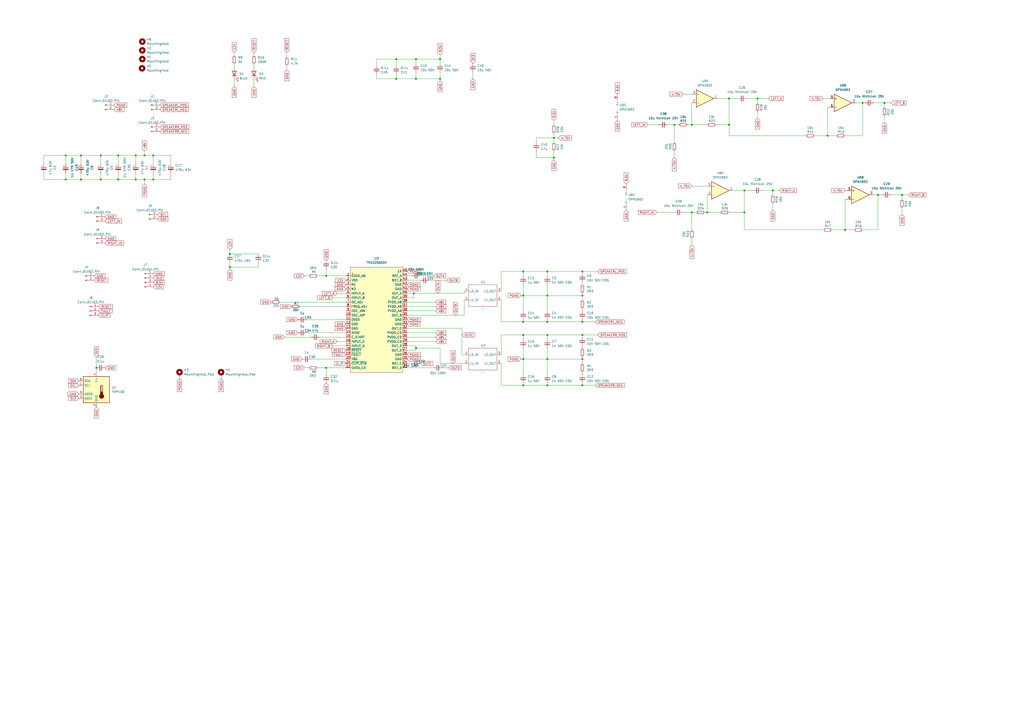
<source format=kicad_sch>
(kicad_sch (version 20231120) (generator "eeschema") (generator_version "8.0")
  (paper "A2")
  (junction (at 317.5 157.48))
  (junction (at 303.53 223.52))
  (junction (at 321.31 80.01))
  (junction (at 83.82 90.17))
  (junction (at 410.21 123.19))
  (junction (at 58.42 104.14))
  (junction (at 509.27 113.03))
  (junction (at 321.31 91.44))
  (junction (at 229.87 34.29))
  (junction (at 303.53 208.28))
  (junction (at 255.27 34.29))
  (junction (at 303.53 171.45))
  (junction (at 448.31 110.49))
  (junction (at 88.9 90.17))
  (junction (at 88.9 104.14))
  (junction (at 38.1 104.14))
  (junction (at 500.38 59.69))
  (junction (at 431.8 123.19))
  (junction (at 401.32 72.39))
  (junction (at 78.74 104.14))
  (junction (at 189.23 213.36))
  (junction (at 241.3 45.72))
  (junction (at 422.91 57.15))
  (junction (at 241.3 201.93))
  (junction (at 255.27 45.72))
  (junction (at 189.23 160.02))
  (junction (at 303.53 157.48))
  (junction (at 68.58 104.14))
  (junction (at 523.24 113.03))
  (junction (at 391.16 72.39))
  (junction (at 337.82 157.48))
  (junction (at 46.99 90.17))
  (junction (at 38.1 90.17))
  (junction (at 317.5 223.52))
  (junction (at 439.42 57.15))
  (junction (at 513.08 59.69))
  (junction (at 241.3 34.29))
  (junction (at 133.35 147.32))
  (junction (at 490.22 133.35))
  (junction (at 337.82 208.28))
  (junction (at 401.32 123.19))
  (junction (at 58.42 90.17))
  (junction (at 337.82 194.31))
  (junction (at 422.91 72.39))
  (junction (at 83.82 104.14))
  (junction (at 317.5 171.45))
  (junction (at 240.03 170.18))
  (junction (at 480.06 78.74))
  (junction (at 303.53 194.31))
  (junction (at 317.5 208.28))
  (junction (at 303.53 186.69))
  (junction (at 229.87 45.72))
  (junction (at 317.5 186.69))
  (junction (at 337.82 186.69))
  (junction (at 317.5 194.31))
  (junction (at 46.99 104.14))
  (junction (at 133.35 154.94))
  (junction (at 68.58 90.17))
  (junction (at 78.74 90.17))
  (junction (at 55.88 213.36))
  (junction (at 431.8 110.49))
  (junction (at 337.82 223.52))
  (junction (at 337.82 171.45))
  (wire (pts (xy 290.83 157.48) (xy 290.83 168.91)))
  (wire (pts (xy 147.32 38.735) (xy 147.32 37.211)))
  (wire (pts (xy 401.32 133.35) (xy 401.32 123.19)))
  (wire (pts (xy 255.27 34.29) (xy 241.3 34.29)))
  (wire (pts (xy 321.31 80.01) (xy 311.15 80.01)))
  (wire (pts (xy 337.82 207.01) (xy 337.82 208.28)))
  (wire (pts (xy 38.1 104.14) (xy 46.99 104.14)))
  (wire (pts (xy 391.16 91.44) (xy 391.16 87.63)))
  (wire (pts (xy 83.82 90.17) (xy 83.82 87.63)))
  (wire (pts (xy 236.22 172.72) (xy 240.03 172.72)))
  (wire (pts (xy 303.53 208.28) (xy 317.5 208.28)))
  (wire (pts (xy 241.3 200.66) (xy 241.3 201.93)))
  (wire (pts (xy 229.87 43.18) (xy 229.87 45.72)))
  (wire (pts (xy 260.35 213.36) (xy 256.54 213.36)))
  (wire (pts (xy 509.27 113.03) (xy 509.27 133.35)))
  (wire (pts (xy 523.24 113.03) (xy 516.89 113.03)))
  (wire (pts (xy 427.99 57.15) (xy 422.91 57.15)))
  (wire (pts (xy 317.5 180.34) (xy 317.5 171.45)))
  (wire (pts (xy 337.82 200.66) (xy 337.82 201.93)))
  (wire (pts (xy 193.04 172.72) (xy 200.66 172.72)))
  (wire (pts (xy 189.23 213.36) (xy 200.66 213.36)))
  (wire (pts (xy 337.82 208.28) (xy 337.82 210.82)))
  (wire (pts (xy 185.42 195.58) (xy 200.66 195.58)))
  (wire (pts (xy 149.86 154.94) (xy 133.35 154.94)))
  (wire (pts (xy 337.82 157.48) (xy 346.71 157.48)))
  (wire (pts (xy 255.27 210.82) (xy 269.24 210.82)))
  (wire (pts (xy 495.3 133.35) (xy 490.22 133.35)))
  (wire (pts (xy 302.26 208.28) (xy 303.53 208.28)))
  (wire (pts (xy 431.8 123.19) (xy 431.8 110.49)))
  (wire (pts (xy 38.1 90.17) (xy 38.1 95.25)))
  (wire (pts (xy 25.4 104.14) (xy 38.1 104.14)))
  (wire (pts (xy 321.31 92.71) (xy 321.31 91.44)))
  (wire (pts (xy 252.73 198.12) (xy 236.22 198.12)))
  (wire (pts (xy 38.1 100.33) (xy 38.1 104.14)))
  (wire (pts (xy 46.99 90.17) (xy 46.99 95.25)))
  (wire (pts (xy 317.5 185.42) (xy 317.5 186.69)))
  (wire (pts (xy 321.31 77.47) (xy 321.31 80.01)))
  (wire (pts (xy 396.24 54.61) (xy 401.32 54.61)))
  (wire (pts (xy 416.56 57.15) (xy 422.91 57.15)))
  (wire (pts (xy 269.24 170.18) (xy 240.03 170.18)))
  (wire (pts (xy 337.82 179.07) (xy 337.82 180.34)))
  (wire (pts (xy 189.23 160.02) (xy 200.66 160.02)))
  (wire (pts (xy 240.03 170.18) (xy 240.03 172.72)))
  (wire (pts (xy 162.56 175.26) (xy 200.66 175.26)))
  (wire (pts (xy 302.26 171.45) (xy 303.53 171.45)))
  (wire (pts (xy 337.82 223.52) (xy 317.5 223.52)))
  (wire (pts (xy 251.46 213.36) (xy 236.22 213.36)))
  (wire (pts (xy 25.4 90.17) (xy 25.4 95.25)))
  (wire (pts (xy 135.89 38.735) (xy 135.89 37.211)))
  (wire (pts (xy 321.31 80.01) (xy 321.31 82.55)))
  (wire (pts (xy 78.74 100.33) (xy 78.74 104.14)))
  (wire (pts (xy 241.3 201.93) (xy 255.27 201.93)))
  (wire (pts (xy 165.1 195.58) (xy 180.34 195.58)))
  (wire (pts (xy 135.89 32.131) (xy 135.89 30.48)))
  (wire (pts (xy 452.12 110.49) (xy 448.31 110.49)))
  (wire (pts (xy 523.24 120.65) (xy 523.24 124.46)))
  (wire (pts (xy 290.83 210.82) (xy 290.83 223.52)))
  (wire (pts (xy 448.31 118.11) (xy 448.31 121.92)))
  (wire (pts (xy 391.16 82.55) (xy 391.16 72.39)))
  (wire (pts (xy 147.32 50.165) (xy 147.32 46.355)))
  (wire (pts (xy 317.5 222.25) (xy 317.5 223.52)))
  (wire (pts (xy 513.08 59.69) (xy 506.73 59.69)))
  (wire (pts (xy 303.53 223.52) (xy 303.53 222.25)))
  (wire (pts (xy 303.53 223.52) (xy 290.83 223.52)))
  (wire (pts (xy 482.6 133.35) (xy 490.22 133.35)))
  (wire (pts (xy 422.91 57.15) (xy 422.91 72.39)))
  (wire (pts (xy 303.53 186.69) (xy 303.53 185.42)))
  (wire (pts (xy 303.53 217.17) (xy 303.53 208.28)))
  (wire (pts (xy 337.82 194.31) (xy 346.71 194.31)))
  (wire (pts (xy 177.8 185.42) (xy 200.66 185.42)))
  (wire (pts (xy 99.06 95.25) (xy 99.06 90.17)))
  (wire (pts (xy 317.5 217.17) (xy 317.5 208.28)))
  (wire (pts (xy 88.9 95.25) (xy 88.9 90.17)))
  (wire (pts (xy 337.82 222.25) (xy 337.82 223.52)))
  (wire (pts (xy 243.84 162.56) (xy 236.22 162.56)))
  (wire (pts (xy 147.32 32.131) (xy 147.32 30.48)))
  (wire (pts (xy 184.15 160.02) (xy 189.23 160.02)))
  (wire (pts (xy 500.38 59.69) (xy 500.38 78.74)))
  (wire (pts (xy 133.35 154.94) (xy 133.35 152.4)))
  (wire (pts (xy 311.15 91.44) (xy 321.31 91.44)))
  (wire (pts (xy 317.5 208.28) (xy 337.82 208.28)))
  (wire (pts (xy 135.89 50.165) (xy 135.89 46.355)))
  (wire (pts (xy 189.23 156.21) (xy 189.23 160.02)))
  (wire (pts (xy 415.29 72.39) (xy 422.91 72.39)))
  (wire (pts (xy 46.99 100.33) (xy 46.99 104.14)))
  (wire (pts (xy 337.82 158.75) (xy 337.82 157.48)))
  (wire (pts (xy 55.88 213.36) (xy 55.88 215.9)))
  (wire (pts (xy 523.24 113.03) (xy 523.24 115.57)))
  (wire (pts (xy 509.27 133.35) (xy 500.38 133.35)))
  (wire (pts (xy 218.44 34.29) (xy 218.44 38.1)))
  (wire (pts (xy 439.42 64.77) (xy 439.42 68.58)))
  (wire (pts (xy 303.53 186.69) (xy 290.83 186.69)))
  (wire (pts (xy 133.35 144.78) (xy 133.35 147.32)))
  (wire (pts (xy 195.58 170.18) (xy 200.66 170.18)))
  (wire (pts (xy 83.82 106.68) (xy 83.82 104.14)))
  (wire (pts (xy 490.22 110.49) (xy 491.49 110.49)))
  (wire (pts (xy 290.83 194.31) (xy 290.83 205.74)))
  (wire (pts (xy 267.97 205.74) (xy 269.24 205.74)))
  (wire (pts (xy 195.58 198.12) (xy 200.66 198.12)))
  (wire (pts (xy 480.06 78.74) (xy 485.14 78.74)))
  (wire (pts (xy 58.42 90.17) (xy 58.42 95.25)))
  (wire (pts (xy 439.42 57.15) (xy 439.42 59.69)))
  (wire (pts (xy 58.42 100.33) (xy 58.42 104.14)))
  (wire (pts (xy 509.27 113.03) (xy 506.73 113.03)))
  (wire (pts (xy 229.87 45.72) (xy 241.3 45.72)))
  (wire (pts (xy 439.42 57.15) (xy 433.07 57.15)))
  (wire (pts (xy 241.3 45.72) (xy 255.27 45.72)))
  (wire (pts (xy 375.92 72.39) (xy 382.27 72.39)))
  (wire (pts (xy 337.82 195.58) (xy 337.82 194.31)))
  (wire (pts (xy 236.22 170.18) (xy 240.03 170.18)))
  (wire (pts (xy 252.73 180.34) (xy 236.22 180.34)))
  (wire (pts (xy 193.04 200.66) (xy 200.66 200.66)))
  (wire (pts (xy 445.77 57.15) (xy 439.42 57.15)))
  (wire (pts (xy 46.99 104.14) (xy 58.42 104.14)))
  (wire (pts (xy 516.89 59.69) (xy 513.08 59.69)))
  (wire (pts (xy 477.52 133.35) (xy 431.8 133.35)))
  (wire (pts (xy 490.22 115.57) (xy 491.49 115.57)))
  (wire (pts (xy 255.27 46.99) (xy 255.27 45.72)))
  (wire (pts (xy 317.5 165.1) (xy 317.5 171.45)))
  (wire (pts (xy 241.3 41.91) (xy 241.3 45.72)))
  (wire (pts (xy 78.74 90.17) (xy 78.74 95.25)))
  (wire (pts (xy 252.73 195.58) (xy 236.22 195.58)))
  (wire (pts (xy 259.08 162.56) (xy 248.92 162.56)))
  (wire (pts (xy 251.46 160.02) (xy 243.84 160.02)))
  (wire (pts (xy 55.88 207.01) (xy 55.88 213.36)))
  (wire (pts (xy 303.53 194.31) (xy 290.83 194.31)))
  (wire (pts (xy 480.06 62.23) (xy 481.33 62.23)))
  (wire (pts (xy 303.53 196.85) (xy 303.53 194.31)))
  (wire (pts (xy 99.06 104.14) (xy 99.06 100.33)))
  (wire (pts (xy 78.74 90.17) (xy 68.58 90.17)))
  (wire (pts (xy 317.5 223.52) (xy 303.53 223.52)))
  (wire (pts (xy 218.44 43.18) (xy 218.44 45.72)))
  (wire (pts (xy 133.35 156.21) (xy 133.35 154.94)))
  (wire (pts (xy 303.53 208.28) (xy 303.53 201.93)))
  (wire (pts (xy 303.53 160.02) (xy 303.53 157.48)))
  (wire (pts (xy 238.76 210.82) (xy 236.22 210.82)))
  (wire (pts (xy 149.86 147.32) (xy 133.35 147.32)))
  (wire (pts (xy 401.32 59.69) (xy 401.32 72.39)))
  (wire (pts (xy 255.27 45.72) (xy 255.27 41.91)))
  (wire (pts (xy 88.9 104.14) (xy 99.06 104.14)))
  (wire (pts (xy 527.05 113.03) (xy 523.24 113.03)))
  (wire (pts (xy 166.37 33.02) (xy 166.37 30.48)))
  (wire (pts (xy 317.5 171.45) (xy 337.82 171.45)))
  (wire (pts (xy 58.42 104.14) (xy 68.58 104.14)))
  (wire (pts (xy 236.22 182.88) (xy 269.24 182.88)))
  (wire (pts (xy 166.37 40.64) (xy 166.37 38.1)))
  (wire (pts (xy 303.53 157.48) (xy 290.83 157.48)))
  (wire (pts (xy 252.73 175.26) (xy 236.22 175.26)))
  (wire (pts (xy 337.82 186.69) (xy 317.5 186.69)))
  (wire (pts (xy 431.8 123.19) (xy 431.8 133.35)))
  (wire (pts (xy 410.21 123.19) (xy 417.83 123.19)))
  (wire (pts (xy 472.44 78.74) (xy 480.06 78.74)))
  (wire (pts (xy 68.58 90.17) (xy 58.42 90.17)))
  (wire (pts (xy 317.5 194.31) (xy 317.5 196.85)))
  (wire (pts (xy 303.53 171.45) (xy 317.5 171.45)))
  (wire (pts (xy 88.9 104.14) (xy 88.9 100.33)))
  (wire (pts (xy 303.53 194.31) (xy 317.5 194.31)))
  (wire (pts (xy 425.45 110.49) (xy 431.8 110.49)))
  (wire (pts (xy 68.58 104.14) (xy 68.58 100.33)))
  (wire (pts (xy 303.53 157.48) (xy 317.5 157.48)))
  (wire (pts (xy 290.83 186.69) (xy 290.83 173.99)))
  (wire (pts (xy 477.52 57.15) (xy 481.33 57.15)))
  (wire (pts (xy 267.97 190.5) (xy 267.97 205.74)))
  (wire (pts (xy 513.08 67.31) (xy 513.08 71.12)))
  (wire (pts (xy 83.82 104.14) (xy 78.74 104.14)))
  (wire (pts (xy 467.36 78.74) (xy 422.91 78.74)))
  (wire (pts (xy 236.22 203.2) (xy 241.3 203.2)))
  (wire (pts (xy 311.15 80.01) (xy 311.15 82.55)))
  (wire (pts (xy 255.27 34.29) (xy 255.27 36.83)))
  (wire (pts (xy 448.31 110.49) (xy 441.96 110.49)))
  (wire (pts (xy 311.15 87.63) (xy 311.15 91.44)))
  (wire (pts (xy 321.31 69.85) (xy 321.31 72.39)))
  (wire (pts (xy 317.5 157.48) (xy 317.5 160.02)))
  (wire (pts (xy 58.42 90.17) (xy 46.99 90.17)))
  (wire (pts (xy 238.76 160.02) (xy 236.22 160.02)))
  (wire (pts (xy 321.31 91.44) (xy 321.31 87.63)))
  (wire (pts (xy 490.22 115.57) (xy 490.22 133.35)))
  (wire (pts (xy 513.08 59.69) (xy 513.08 62.23)))
  (wire (pts (xy 500.38 78.74) (xy 490.22 78.74)))
  (wire (pts (xy 229.87 34.29) (xy 218.44 34.29)))
  (wire (pts (xy 68.58 90.17) (xy 68.58 95.25)))
  (wire (pts (xy 337.82 157.48) (xy 317.5 157.48)))
  (wire (pts (xy 184.15 213.36) (xy 189.23 213.36)))
  (wire (pts (xy 436.88 110.49) (xy 431.8 110.49)))
  (wire (pts (xy 480.06 62.23) (xy 480.06 78.74)))
  (wire (pts (xy 78.74 104.14) (xy 68.58 104.14)))
  (wire (pts (xy 337.82 215.9) (xy 337.82 217.17)))
  (wire (pts (xy 173.99 177.8) (xy 200.66 177.8)))
  (wire (pts (xy 337.82 171.45) (xy 337.82 173.99)))
  (wire (pts (xy 398.78 72.39) (xy 401.32 72.39)))
  (wire (pts (xy 422.91 72.39) (xy 422.91 78.74)))
  (wire (pts (xy 236.22 190.5) (xy 267.97 190.5)))
  (wire (pts (xy 401.32 123.19) (xy 403.86 123.19)))
  (wire (pts (xy 317.5 186.69) (xy 303.53 186.69)))
  (wire (pts (xy 38.1 90.17) (xy 25.4 90.17)))
  (wire (pts (xy 337.82 223.52) (xy 345.44 223.52)))
  (wire (pts (xy 391.16 72.39) (xy 393.7 72.39)))
  (wire (pts (xy 177.8 193.04) (xy 200.66 193.04)))
  (wire (pts (xy 317.5 201.93) (xy 317.5 208.28)))
  (wire (pts (xy 25.4 100.33) (xy 25.4 104.14)))
  (wire (pts (xy 83.82 90.17) (xy 78.74 90.17)))
  (wire (pts (xy 189.23 217.17) (xy 189.23 213.36)))
  (wire (pts (xy 176.53 213.36) (xy 179.07 213.36)))
  (wire (pts (xy 46.99 90.17) (xy 38.1 90.17)))
  (wire (pts (xy 500.38 59.69) (xy 496.57 59.69)))
  (wire (pts (xy 381 123.19) (xy 391.16 123.19)))
  (wire (pts (xy 180.34 208.28) (xy 200.66 208.28)))
  (wire (pts (xy 401.32 107.95) (xy 410.21 107.95)))
  (wire (pts (xy 337.82 170.18) (xy 337.82 171.45)))
  (wire (pts (xy 337.82 186.69) (xy 345.44 186.69)))
  (wire (pts (xy 255.27 201.93) (xy 255.27 210.82)))
  (wire (pts (xy 241.3 201.93) (xy 241.3 203.2)))
  (wire (pts (xy 303.53 180.34) (xy 303.53 171.45)))
  (wire (pts (xy 236.22 200.66) (xy 241.3 200.66)))
  (wire (pts (xy 337.82 194.31) (xy 317.5 194.31)))
  (wire (pts (xy 401.32 142.24) (xy 401.32 138.43)))
  (wire (pts (xy 501.65 59.69) (xy 500.38 59.69)))
  (wire (pts (xy 83.82 104.14) (xy 88.9 104.14)))
  (wire (pts (xy 396.24 123.19) (xy 401.32 123.19)))
  (wire (pts (xy 410.21 113.03) (xy 410.21 123.19)))
  (wire (pts (xy 269.24 173.99) (xy 269.24 182.88)))
  (wire (pts (xy 252.73 193.04) (xy 236.22 193.04)))
  (wire (pts (xy 511.81 113.03) (xy 509.27 113.03)))
  (wire (pts (xy 88.9 90.17) (xy 83.82 90.17)))
  (wire (pts (xy 176.53 160.02) (xy 179.07 160.02)))
  (wire (pts (xy 269.24 170.18) (xy 269.24 168.91)))
  (wire (pts (xy 422.91 123.19) (xy 431.8 123.19)))
  (wire (pts (xy 274.32 45.72) (xy 274.32 41.91)))
  (wire (pts (xy 401.32 72.39) (xy 410.21 72.39)))
  (wire (pts (xy 387.35 72.39) (xy 391.16 72.39)))
  (wire (pts (xy 337.82 163.83) (xy 337.82 165.1)))
  (wire (pts (xy 408.94 123.19) (xy 410.21 123.19)))
  (wire (pts (xy 229.87 34.29) (xy 229.87 38.1)))
  (wire (pts (xy 303.53 171.45) (xy 303.53 165.1)))
  (wire (pts (xy 337.82 185.42) (xy 337.82 186.69)))
  (wire (pts (xy 241.3 34.29) (xy 241.3 36.83)))
  (wire (pts (xy 252.73 177.8) (xy 236.22 177.8)))
  (wire (pts (xy 448.31 110.49) (xy 448.31 113.03)))
  (wire (pts (xy 218.44 45.72) (xy 229.87 45.72)))
  (wire (pts (xy 99.06 90.17) (xy 88.9 90.17)))
  (wire (pts (xy 241.3 34.29) (xy 229.87 34.29)))
  (wire (pts (xy 323.85 80.01) (xy 321.31 80.01)))
  (wire (pts (xy 149.86 152.4) (xy 149.86 154.94)))
  (wire (pts (xy 255.27 31.75) (xy 255.27 34.29)))
  (global_label "GND" (shape input) (at 135.89 50.165 270) (property "Intersheetrefs" "${INTERSHEET_REFS}" (effects (hide yes))))
  (global_label "RESET" (shape input) (at 57.15 177.8 0) (property "Intersheetrefs" "${INTERSHEET_REFS}" (effects (hide yes))))
  (global_label "GND" (shape input) (at 60.96 125.73 0) (property "Intersheetrefs" "${INTERSHEET_REFS}" (effects (hide yes))))
  (global_label "FAULT" (shape input) (at 200.66 205.74 180) (property "Intersheetrefs" "${INTERSHEET_REFS}" (effects (hide yes))))
  (global_label "3V3" (shape input) (at 274.32 36.83 90) (property "Intersheetrefs" "${INTERSHEET_REFS}" (effects (hide yes))))
  (global_label "SCL" (shape input) (at 91.44 124.46 0) (property "Intersheetrefs" "${INTERSHEET_REFS}" (effects (hide yes))))
  (global_label "4.75V" (shape input) (at 323.85 80.01 0) (property "Intersheetrefs" "${INTERSHEET_REFS}" (effects (hide yes))))
  (global_label "RIGHT_B" (shape input) (at 527.05 113.03 0) (property "Intersheetrefs" "${INTERSHEET_REFS}" (effects (hide yes))))
  (global_label "48V" (shape input) (at 252.73 193.04 0) (property "Intersheetrefs" "${INTERSHEET_REFS}" (effects (hide yes))))
  (global_label "9.5V" (shape input) (at 88.9 163.83 0) (property "Intersheetrefs" "${INTERSHEET_REFS}" (effects (hide yes))))
  (global_label "SPEAKERL_POS" (shape input) (at 346.71 157.48 0) (property "Intersheetrefs" "${INTERSHEET_REFS}" (effects (hide yes))))
  (global_label "12V" (shape input) (at 88.9 166.37 0) (property "Intersheetrefs" "${INTERSHEET_REFS}" (effects (hide yes))))
  (global_label "RIGHT_A" (shape input) (at 195.58 198.12 180) (property "Intersheetrefs" "${INTERSHEET_REFS}" (effects (hide yes))))
  (global_label "3V3" (shape input) (at 45.72 231.14 180) (property "Intersheetrefs" "${INTERSHEET_REFS}" (effects (hide yes))))
  (global_label "PGND" (shape input) (at 128.27 219.71 270) (property "Intersheetrefs" "${INTERSHEET_REFS}" (effects (hide yes))))
  (global_label "LEFT_B" (shape input) (at 193.04 172.72 180) (property "Intersheetrefs" "${INTERSHEET_REFS}" (effects (hide yes))))
  (global_label "RESET" (shape input) (at 54.61 162.56 0) (property "Intersheetrefs" "${INTERSHEET_REFS}" (effects (hide yes))))
  (global_label "48V" (shape input) (at 252.73 175.26 0) (property "Intersheetrefs" "${INTERSHEET_REFS}" (effects (hide yes))))
  (global_label "PGND" (shape input) (at 236.22 185.42 0) (property "Intersheetrefs" "${INTERSHEET_REFS}" (effects (hide yes))))
  (global_label "GND" (shape input) (at 60.96 213.36 0) (property "Intersheetrefs" "${INTERSHEET_REFS}" (effects (hide yes))))
  (global_label "12V" (shape input) (at 133.35 144.78 90) (property "Intersheetrefs" "${INTERSHEET_REFS}" (effects (hide yes))))
  (global_label "PGND" (shape input) (at 302.26 208.28 180) (property "Intersheetrefs" "${INTERSHEET_REFS}" (effects (hide yes))))
  (global_label "12V" (shape input) (at 200.66 162.56 180) (property "Intersheetrefs" "${INTERSHEET_REFS}" (effects (hide yes))))
  (global_label "4.75V" (shape input) (at 477.52 57.15 180) (property "Intersheetrefs" "${INTERSHEET_REFS}" (effects (hide yes))))
  (global_label "GND" (shape input) (at 523.24 124.46 270) (property "Intersheetrefs" "${INTERSHEET_REFS}" (effects (hide yes))))
  (global_label "GND" (shape input) (at 172.72 185.42 180) (property "Intersheetrefs" "${INTERSHEET_REFS}" (effects (hide yes))))
  (global_label "RIGHT_IN" (shape input) (at 381 123.19 180) (property "Intersheetrefs" "${INTERSHEET_REFS}" (effects (hide yes))))
  (global_label "PGND" (shape input) (at 236.22 208.28 0) (property "Intersheetrefs" "${INTERSHEET_REFS}" (effects (hide yes))))
  (global_label "48V" (shape input) (at 252.73 195.58 0) (property "Intersheetrefs" "${INTERSHEET_REFS}" (effects (hide yes))))
  (global_label "12V" (shape input) (at 176.53 160.02 180) (property "Intersheetrefs" "${INTERSHEET_REFS}" (effects (hide yes))))
  (global_label "4.75V" (shape input) (at 391.16 91.44 270) (property "Intersheetrefs" "${INTERSHEET_REFS}" (effects (hide yes))))
  (global_label "GND" (shape input) (at 448.31 121.92 270) (property "Intersheetrefs" "${INTERSHEET_REFS}" (effects (hide yes))))
  (global_label "PGND" (shape input) (at 236.22 167.64 0) (property "Intersheetrefs" "${INTERSHEET_REFS}" (effects (hide yes))))
  (global_label "4.75V" (shape input) (at 401.32 142.24 270) (property "Intersheetrefs" "${INTERSHEET_REFS}" (effects (hide yes))))
  (global_label "LEFT_B" (shape input) (at 516.89 59.69 0) (property "Intersheetrefs" "${INTERSHEET_REFS}" (effects (hide yes))))
  (global_label "GND" (shape input) (at 189.23 151.13 90) (property "Intersheetrefs" "${INTERSHEET_REFS}" (effects (hide yes))))
  (global_label "GND" (shape input) (at 45.72 228.6 180) (property "Intersheetrefs" "${INTERSHEET_REFS}" (effects (hide yes))))
  (global_label "GND" (shape input) (at 88.9 158.75 0) (property "Intersheetrefs" "${INTERSHEET_REFS}" (effects (hide yes))))
  (global_label "GND" (shape input) (at 166.37 40.64 270) (property "Intersheetrefs" "${INTERSHEET_REFS}" (effects (hide yes))))
  (global_label "LEFT_IN" (shape input) (at 375.92 72.39 180) (property "Intersheetrefs" "${INTERSHEET_REFS}" (effects (hide yes))))
  (global_label "RESET" (shape input) (at 166.37 30.48 90) (property "Intersheetrefs" "${INTERSHEET_REFS}" (effects (hide yes))))
  (global_label "48V" (shape input) (at 252.73 180.34 0) (property "Intersheetrefs" "${INTERSHEET_REFS}" (effects (hide yes))))
  (global_label "48V" (shape input) (at 83.82 87.63 90) (property "Intersheetrefs" "${INTERSHEET_REFS}" (effects (hide yes))))
  (global_label "9.5V" (shape input) (at 358.14 54.61 90) (property "Intersheetrefs" "${INTERSHEET_REFS}" (effects (hide yes))))
  (global_label "SPEAKERR_POS" (shape input) (at 346.71 194.31 0) (property "Intersheetrefs" "${INTERSHEET_REFS}" (effects (hide yes))))
  (global_label "GND" (shape input) (at 60.96 138.43 0) (property "Intersheetrefs" "${INTERSHEET_REFS}" (effects (hide yes))))
  (global_label "GND" (shape input) (at 200.66 187.96 180) (property "Intersheetrefs" "${INTERSHEET_REFS}" (effects (hide yes))))
  (global_label "GND" (shape input) (at 200.66 165.1 180) (property "Intersheetrefs" "${INTERSHEET_REFS}" (effects (hide yes))))
  (global_label "SPEAKERL_POS" (shape input) (at 92.71 60.96 0) (property "Intersheetrefs" "${INTERSHEET_REFS}" (effects (hide yes))))
  (global_label "SPEAKERR_POS" (shape input) (at 92.71 73.66 0) (property "Intersheetrefs" "${INTERSHEET_REFS}" (effects (hide yes))))
  (global_label "12V" (shape input) (at 176.53 213.36 180) (property "Intersheetrefs" "${INTERSHEET_REFS}" (effects (hide yes))))
  (global_label "9.5V" (shape input) (at 363.22 106.68 90) (property "Intersheetrefs" "${INTERSHEET_REFS}" (effects (hide yes))))
  (global_label "SPEAKERR_NEG" (shape input) (at 92.71 76.2 0) (property "Intersheetrefs" "${INTERSHEET_REFS}" (effects (hide yes))))
  (global_label "LEFT_IN" (shape input) (at 60.96 128.27 0) (property "Intersheetrefs" "${INTERSHEET_REFS}" (effects (hide yes))))
  (global_label "PGND" (shape input) (at 302.26 171.45 180) (property "Intersheetrefs" "${INTERSHEET_REFS}" (effects (hide yes))))
  (global_label "GND" (shape input) (at 54.61 160.02 0) (property "Intersheetrefs" "${INTERSHEET_REFS}" (effects (hide yes))))
  (global_label "CLIP" (shape input) (at 200.66 210.82 180) (property "Intersheetrefs" "${INTERSHEET_REFS}" (effects (hide yes))))
  (global_label "GND" (shape input) (at 200.66 190.5 180) (property "Intersheetrefs" "${INTERSHEET_REFS}" (effects (hide yes))))
  (global_label "48V" (shape input) (at 252.73 198.12 0) (property "Intersheetrefs" "${INTERSHEET_REFS}" (effects (hide yes))))
  (global_label "OUTC" (shape input) (at 243.84 210.82 0) (property "Intersheetrefs" "${INTERSHEET_REFS}" (effects (hide yes))))
  (global_label "12V" (shape input) (at 135.89 30.48 90) (property "Intersheetrefs" "${INTERSHEET_REFS}" (effects (hide yes))))
  (global_label "SCL" (shape input) (at 45.72 223.52 180) (property "Intersheetrefs" "${INTERSHEET_REFS}" (effects (hide yes))))
  (global_label "PGND" (shape input) (at 66.04 60.96 0) (property "Intersheetrefs" "${INTERSHEET_REFS}" (effects (hide yes))))
  (global_label "GND" (shape input) (at 439.42 68.58 270) (property "Intersheetrefs" "${INTERSHEET_REFS}" (effects (hide yes))))
  (global_label "4.75V" (shape input) (at 401.32 107.95 180) (property "Intersheetrefs" "${INTERSHEET_REFS}" (effects (hide yes))))
  (global_label "OUTD" (shape input) (at 260.35 213.36 0) (property "Intersheetrefs" "${INTERSHEET_REFS}" (effects (hide yes))))
  (global_label "GND" (shape input) (at 321.31 92.71 270) (property "Intersheetrefs" "${INTERSHEET_REFS}" (effects (hide yes))))
  (global_label "OUTB" (shape input) (at 264.16 182.88 90) (property "Intersheetrefs" "${INTERSHEET_REFS}" (effects (hide yes))))
  (global_label "LEFT_A" (shape input) (at 195.58 170.18 180) (property "Intersheetrefs" "${INTERSHEET_REFS}" (effects (hide yes))))
  (global_label "GND" (shape input) (at 175.26 208.28 180) (property "Intersheetrefs" "${INTERSHEET_REFS}" (effects (hide yes))))
  (global_label "PGND" (shape input) (at 236.22 157.48 0) (property "Intersheetrefs" "${INTERSHEET_REFS}" (effects (hide yes))))
  (global_label "GND" (shape input) (at 513.08 71.12 270) (property "Intersheetrefs" "${INTERSHEET_REFS}" (effects (hide yes))))
  (global_label "48V" (shape input) (at 252.73 177.8 0) (property "Intersheetrefs" "${INTERSHEET_REFS}" (effects (hide yes))))
  (global_label "RIGHT_A" (shape input) (at 452.12 110.49 0) (property "Intersheetrefs" "${INTERSHEET_REFS}" (effects (hide yes))))
  (global_label "PGND" (shape input) (at 104.14 219.71 270) (property "Intersheetrefs" "${INTERSHEET_REFS}" (effects (hide yes))))
  (global_label "SPEAKERL_NEG" (shape input) (at 345.44 186.69 0) (property "Intersheetrefs" "${INTERSHEET_REFS}" (effects (hide yes))))
  (global_label "OUTC" (shape input) (at 267.97 194.31 0) (property "Intersheetrefs" "${INTERSHEET_REFS}" (effects (hide yes))))
  (global_label "PGND" (shape input) (at 236.22 187.96 0) (property "Intersheetrefs" "${INTERSHEET_REFS}" (effects (hide yes))))
  (global_label "GND" (shape input) (at 172.72 193.04 180) (property "Intersheetrefs" "${INTERSHEET_REFS}" (effects (hide yes))))
  (global_label "GND" (shape input) (at 168.91 177.8 180) (property "Intersheetrefs" "${INTERSHEET_REFS}" (effects (hide yes))))
  (global_label "48V" (shape input) (at 66.04 63.5 0) (property "Intersheetrefs" "${INTERSHEET_REFS}" (effects (hide yes))))
  (global_label "GND" (shape input) (at 147.32 50.165 270) (property "Intersheetrefs" "${INTERSHEET_REFS}" (effects (hide yes))))
  (global_label "OUTA" (shape input) (at 254 170.18 90) (property "Intersheetrefs" "${INTERSHEET_REFS}" (effects (hide yes))))
  (global_label "GND" (shape input) (at 200.66 167.64 180) (property "Intersheetrefs" "${INTERSHEET_REFS}" (effects (hide yes))))
  (global_label "CLIP" (shape input) (at 57.15 182.88 0) (property "Intersheetrefs" "${INTERSHEET_REFS}" (effects (hide yes))))
  (global_label "GND" (shape input) (at 358.14 69.85 270) (property "Intersheetrefs" "${INTERSHEET_REFS}" (effects (hide yes))))
  (global_label "3V3" (shape input) (at 55.88 207.01 90) (property "Intersheetrefs" "${INTERSHEET_REFS}" (effects (hide yes))))
  (global_label "GND" (shape input) (at 274.32 45.72 270) (property "Intersheetrefs" "${INTERSHEET_REFS}" (effects (hide yes))))
  (global_label "3V3" (shape input) (at 88.9 161.29 0) (property "Intersheetrefs" "${INTERSHEET_REFS}" (effects (hide yes))))
  (global_label "PGND" (shape input) (at 83.82 106.68 270) (property "Intersheetrefs" "${INTERSHEET_REFS}" (effects (hide yes))))
  (global_label "RESET" (shape input) (at 147.32 30.48 90) (property "Intersheetrefs" "${INTERSHEET_REFS}" (effects (hide yes))))
  (global_label "OUTB" (shape input) (at 259.08 162.56 0) (property "Intersheetrefs" "${INTERSHEET_REFS}" (effects (hide yes))))
  (global_label "SDA" (shape input) (at 91.44 127 0) (property "Intersheetrefs" "${INTERSHEET_REFS}" (effects (hide yes))))
  (global_label "GND" (shape input) (at 255.27 46.99 270) (property "Intersheetrefs" "${INTERSHEET_REFS}" (effects (hide yes))))
  (global_label "LEFT_A" (shape input) (at 445.77 57.15 0) (property "Intersheetrefs" "${INTERSHEET_REFS}" (effects (hide yes))))
  (global_label "9.5V" (shape input) (at 321.31 69.85 90) (property "Intersheetrefs" "${INTERSHEET_REFS}" (effects (hide yes))))
  (global_label "GND" (shape input) (at 55.88 236.22 270) (property "Intersheetrefs" "${INTERSHEET_REFS}" (effects (hide yes))))
  (global_label "RIGHT_IN" (shape input) (at 60.96 140.97 0) (property "Intersheetrefs" "${INTERSHEET_REFS}" (effects (hide yes))))
  (global_label "PGND" (shape input) (at 236.22 205.74 0) (property "Intersheetrefs" "${INTERSHEET_REFS}" (effects (hide yes))))
  (global_label "GND" (shape input) (at 363.22 121.92 270) (property "Intersheetrefs" "${INTERSHEET_REFS}" (effects (hide yes))))
  (global_label "RESET" (shape input) (at 200.66 203.2 180) (property "Intersheetrefs" "${INTERSHEET_REFS}" (effects (hide yes))))
  (global_label "OUTD" (shape input) (at 262.89 210.82 90) (property "Intersheetrefs" "${INTERSHEET_REFS}" (effects (hide yes))))
  (global_label "SPEAKERL_NEG" (shape input) (at 92.71 63.5 0) (property "Intersheetrefs" "${INTERSHEET_REFS}" (effects (hide yes))))
  (global_label "GND" (shape input) (at 133.35 156.21 270) (property "Intersheetrefs" "${INTERSHEET_REFS}" (effects (hide yes))))
  (global_label "FAULT" (shape input) (at 57.15 180.34 0) (property "Intersheetrefs" "${INTERSHEET_REFS}" (effects (hide yes))))
  (global_label "GND" (shape input) (at 157.48 175.26 180) (property "Intersheetrefs" "${INTERSHEET_REFS}" (effects (hide yes))))
  (global_label "OUTA" (shape input) (at 251.46 160.02 0) (property "Intersheetrefs" "${INTERSHEET_REFS}" (effects (hide yes))))
  (global_label "SDA" (shape input) (at 45.72 220.98 180) (property "Intersheetrefs" "${INTERSHEET_REFS}" (effects (hide yes))))
  (global_label "4.75V" (shape input) (at 490.22 110.49 180) (property "Intersheetrefs" "${INTERSHEET_REFS}" (effects (hide yes))))
  (global_label "9.5V" (shape input) (at 255.27 31.75 90) (property "Intersheetrefs" "${INTERSHEET_REFS}" (effects (hide yes))))
  (global_label "GND" (shape input) (at 189.23 222.25 270) (property "Intersheetrefs" "${INTERSHEET_REFS}" (effects (hide yes))))
  (global_label "GND" (shape input) (at 165.1 195.58 180) (property "Intersheetrefs" "${INTERSHEET_REFS}" (effects (hide yes))))
  (global_label "PGND" (shape input) (at 236.22 165.1 0) (property "Intersheetrefs" "${INTERSHEET_REFS}" (effects (hide yes))))
  (global_label "4.75V" (shape input) (at 396.24 54.61 180) (property "Intersheetrefs" "${INTERSHEET_REFS}" (effects (hide yes))))
  (global_label "SPEAKERR_NEG" (shape input) (at 345.44 223.52 0) (property "Intersheetrefs" "${INTERSHEET_REFS}" (effects (hide yes))))
  (global_label "RIGHT_B" (shape input) (at 193.04 200.66 180) (property "Intersheetrefs" "${INTERSHEET_REFS}" (effects (hide yes))))
  (symbol (lib_id "Device:C_Small") (at 189.23 153.67 0) (mirror x) (unit 1)
    (property "Reference" "C30" (at 191.77 154.9338 0) (effects (justify left)))
    (property "Value" "0.1u" (at 191.77 152.3938 0) (effects (justify left)))
    (property "Footprint" "Capacitor_SMD:C_0805_2012Metric_Pad1.18x1.45mm_HandSolder" (effects (hide yes)))
    (property "Description" "Unpolarized capacitor, small symbol" (effects (hide yes)))
  )
  (symbol (lib_id "Device:C_Small") (at 303.53 162.56 0) (unit 1)
    (property "Reference" "C13" (at 306.07 161.2962 0) (effects (justify left)))
    (property "Value" "1u 50V" (at 306.07 163.8362 0) (effects (justify left)))
    (property "Footprint" "Capacitor_THT:CP_Radial_D5.0mm_P2.00mm" (effects (hide yes)))
    (property "Description" "Unpolarized capacitor, small symbol" (effects (hide yes)))
  )
  (symbol (lib_id "Amplifier_Operational:OPA1602") (at 488.95 59.69 0) (unit 2)
    (property "Reference" "U5" (at 488.95 49.53 0))
    (property "Value" "OPA1602" (at 488.95 52.07 0))
    (property "Footprint" "Package_SO:SOIC-8_3.9x4.9mm_P1.27mm" (effects (hide yes)))
    (property "Datasheet" "http://www.ti.com/lit/ds/symlink/opa1604.pdf" (effects (hide yes)))
    (property "Description" "Dual SoundPlus High Performance, Bipolar-Input Audio Operational Amplifiers, SOIC-8/MSOP-8" (effects (hide yes)))
  )
  (symbol (lib_id "Device:R_Small") (at 135.89 34.671 0) (unit 1)
    (property "Reference" "R9" (at 138.049 33.4009 0) (effects (justify left)))
    (property "Value" "3K" (at 138.049 35.9409 0) (effects (justify left)))
    (property "Footprint" "Resistor_SMD:R_0603_1608Metric_Pad0.98x0.95mm_HandSolder" (effects (hide yes)))
  )
  (symbol (lib_id "Device:C_Small") (at 337.82 198.12 0) (unit 1)
    (property "Reference" "C11" (at 340.36 196.8562 0) (effects (justify left)))
    (property "Value" "10n 50V C0G" (at 340.36 199.3962 0) (effects (justify left)))
    (property "Footprint" "Capacitor_SMD:C_1206_3216Metric_Pad1.33x1.80mm_HandSolder" (effects (hide yes)))
    (property "Description" "Unpolarized capacitor, small symbol" (effects (hide yes)))
  )
  (symbol (lib_id "Device:C_Polarized_Small") (at 38.1 97.79 0) (unit 1)
    (property "Reference" "C19" (at 44.45 97.2439 90))
    (property "Value" "1U X7R 50V" (at 41.91 97.2439 90))
    (property "Footprint" "Capacitor_SMD:C_1206_3216Metric_Pad1.33x1.80mm_HandSolder" (effects (hide yes)))
    (property "Mouser" " 80-C1206X475J5RACTU " (effects (hide yes)))
  )
  (symbol (lib_id "Mechanical:MountingHole") (at 82.55 34.29 0) (unit 1)
    (property "Reference" "H1" (at 85.09 33.0199 0) (effects (justify left)))
    (property "Value" "MountingHole" (at 85.09 35.5599 0) (effects (justify left)))
    (property "Footprint" "MountingHole:MountingHole_3.2mm_M3_DIN965_Pad_TopOnly" (effects (hide yes)))
  )
  (symbol (lib_id "Device:R_Small") (at 420.37 123.19 270) (unit 1)
    (property "Reference" "R25" (at 418.592 120.9039 90) (effects (justify left)))
    (property "Value" "13k" (at 418.592 118.618 90) (effects (justify left)))
    (property "Footprint" "Capacitor_SMD:C_0603_1608Metric_Pad1.08x0.95mm_HandSolder" (effects (hide yes)))
    (property "Description" "Resistor, small symbol" (effects (hide yes)))
  )
  (symbol (lib_id "Connector:Conn_01x03_Pin") (at 52.07 180.34 0) (unit 1)
    (property "Reference" "J6" (at 52.705 172.72 0))
    (property "Value" "Conn_01x03_Pin" (at 52.705 175.26 0))
    (property "Footprint" "Connector_JST:JST_PH_B3B-PH-K_1x03_P2.00mm_Vertical" (effects (hide yes)))
    (property "Description" "Generic connector, single row, 01x03, script generated" (effects (hide yes)))
  )
  (symbol (lib_id "Device:C_Small") (at 303.53 219.71 0) (unit 1)
    (property "Reference" "C16" (at 306.07 218.4462 0) (effects (justify left)))
    (property "Value" "1u 50V" (at 306.07 220.9862 0) (effects (justify left)))
    (property "Footprint" "Capacitor_THT:CP_Radial_D5.0mm_P2.00mm" (effects (hide yes)))
    (property "Description" "Unpolarized capacitor, small symbol" (effects (hide yes)))
  )
  (symbol (lib_id "Device:C_Small") (at 241.3 160.02 90) (unit 1)
    (property "Reference" "C23" (at 244.602 158.75 90))
    (property "Value" "33n 100V" (at 241.3063 156.21 90))
    (property "Footprint" "Capacitor_SMD:C_1206_3216Metric_Pad1.33x1.80mm_HandSolder" (effects (hide yes)))
    (property "Description" "Unpolarized capacitor, small symbol" (effects (hide yes)))
  )
  (symbol (lib_id "Device:LED") (at 135.89 42.545 90) (unit 1)
    (property "Reference" "D1" (at 138.811 42.8624 90) (effects (justify right)))
    (property "Value" "BLUE" (at 138.811 45.4024 90) (effects (justify right)))
    (property "Footprint" "LED_SMD:LED_0603_1608Metric_Pad1.05x0.95mm_HandSolder" (effects (hide yes)))
    (property "LCSC" "XL-1608UBC-04" (effects (hide yes)))
  )
  (symbol (lib_id "Device:C_Small") (at 218.44 40.64 0) (mirror x) (unit 1)
    (property "Reference" "C45" (at 220.98 41.9038 0) (effects (justify left)))
    (property "Value" "0.1u" (at 220.98 39.3638 0) (effects (justify left)))
    (property "Footprint" "Capacitor_SMD:C_0805_2012Metric_Pad1.18x1.45mm_HandSolder" (effects (hide yes)))
    (property "Description" "Unpolarized capacitor, small symbol" (effects (hide yes)))
  )
  (symbol (lib_id "Device:C_Small") (at 430.53 57.15 270) (unit 1)
    (property "Reference" "C26" (at 430.5236 50.8 90))
    (property "Value" "10u Nichicon 25V" (at 430.5236 53.34 90))
    (property "Footprint" "Capacitor_THT:CP_Radial_D5.0mm_P2.50mm" (effects (hide yes)))
    (property "Description" "Unpolarized capacitor, small symbol" (effects (hide yes)))
  )
  (symbol (lib_id "Device:R_Small") (at 337.82 167.64 0) (unit 1)
    (property "Reference" "R1" (at 340.36 166.624 0) (effects (justify left)))
    (property "Value" "3R3" (at 340.36 168.9099 0) (effects (justify left)))
    (property "Footprint" "Resistor_SMD:R_2512_6332Metric_Pad1.40x3.35mm_HandSolder" (effects (hide yes)))
    (property "Description" "Resistor, small symbol" (effects (hide yes)))
  )
  (symbol (lib_id "Device:C_Small") (at 254 213.36 90) (unit 1)
    (property "Reference" "C24" (at 257.302 212.09 90))
    (property "Value" "33n 100V" (at 254 216.408 90))
    (property "Footprint" "Capacitor_SMD:C_1206_3216Metric_Pad1.33x1.80mm_HandSolder" (effects (hide yes)))
    (property "Description" "Unpolarized capacitor, small symbol" (effects (hide yes)))
  )
  (symbol (lib_id "Connector:Conn_01x02_Pin") (at 60.96 60.96 0) (unit 1)
    (property "Reference" "J2" (at 61.595 55.88 0))
    (property "Value" "Conn_01x02_Pin" (at 61.595 58.42 0))
    (property "Footprint" "TerminalBlock:TerminalBlock_MaiXu_MX126-5.0-02P_1x02_P5.00mm" (effects (hide yes)))
    (property "Description" "Generic connector, single row, 01x02, script generated" (effects (hide yes)))
  )
  (symbol (lib_id "Mechanical:MountingHole_Pad") (at 128.27 217.17 0) (unit 1) (exclude_from_sim yes) (in_bom no)
    (property "Reference" "H4" (at 130.81 214.6299 0) (effects (justify left)))
    (property "Value" "MountingHole_Pad" (at 130.81 217.1699 0) (effects (justify left)))
    (property "Footprint" "MountingHole:MountingHole_3.2mm_M3_DIN965_Pad_TopBottom" (effects (hide yes)))
    (property "Description" "Mounting Hole with connection" (effects (hide yes)))
  )
  (symbol (lib_id "Device:R_Small") (at 497.84 133.35 270) (unit 1)
    (property "Reference" "R16" (at 496.062 131.0639 90) (effects (justify left)))
    (property "Value" "10k" (at 496.062 128.778 90) (effects (justify left)))
    (property "Footprint" "Capacitor_SMD:C_0603_1608Metric_Pad1.08x0.95mm_HandSolder" (effects (hide yes)))
    (property "Description" "Resistor, small symbol" (effects (hide yes)))
  )
  (symbol (lib_id "Device:C_Small") (at 317.5 162.56 0) (unit 1)
    (property "Reference" "C3" (at 320.04 161.2962 0) (effects (justify left)))
    (property "Value" "1n 50V C0G" (at 320.04 163.8362 0) (effects (justify left)))
    (property "Footprint" "Capacitor_SMD:C_1206_3216Metric_Pad1.33x1.80mm_HandSolder" (effects (hide yes)))
    (property "Description" "Unpolarized capacitor, small symbol" (effects (hide yes)))
  )
  (symbol (lib_id "Device:C_Small") (at 175.26 185.42 90) (unit 1)
    (property "Reference" "C33" (at 178.562 184.15 90))
    (property "Value" "1u" (at 175.2663 181.61 90))
    (property "Footprint" "Capacitor_SMD:C_1206_3216Metric_Pad1.33x1.80mm_HandSolder" (effects (hide yes)))
    (property "Description" "Unpolarized capacitor, small symbol" (effects (hide yes)))
  )
  (symbol (lib_id "Device:R_Small") (at 181.61 160.02 90) (mirror x) (unit 1)
    (property "Reference" "R5" (at 183.388 157.7339 90) (effects (justify left)))
    (property "Value" "3R3" (at 183.388 155.448 90) (effects (justify left)))
    (property "Footprint" "Capacitor_SMD:C_0603_1608Metric_Pad1.08x0.95mm_HandSolder" (effects (hide yes)))
    (property "Description" "Resistor, small symbol" (effects (hide yes)))
  )
  (symbol (lib_id "Custom:UA8014-AL") (at 279.4 200.66 0) (mirror x) (unit 1)
    (property "Reference" "U2" (at 280.162 200.406 0))
    (property "Value" "~" (at 280.035 215.9 0))
    (property "Footprint" "Custom:UA8014-AL" (effects (hide yes)))
  )
  (symbol (lib_id "Device:C_Small") (at 504.19 59.69 270) (unit 1)
    (property "Reference" "C27" (at 504.1836 53.34 90))
    (property "Value" "10u Nichicon 25V" (at 504.1836 55.88 90))
    (property "Footprint" "Capacitor_THT:CP_Radial_D5.0mm_P2.50mm" (effects (hide yes)))
    (property "Description" "Unpolarized capacitor, small symbol" (effects (hide yes)))
  )
  (symbol (lib_id "Device:C_Polarized_Small") (at 68.58 97.79 0) (unit 1)
    (property "Reference" "C20" (at 74.93 97.2439 90))
    (property "Value" "1U X7R 50V" (at 72.39 97.2439 90))
    (property "Footprint" "Capacitor_SMD:C_1206_3216Metric_Pad1.33x1.80mm_HandSolder" (effects (hide yes)))
    (property "Mouser" " 80-C1206X475J5RACTU " (effects (hide yes)))
  )
  (symbol (lib_id "Device:C_Polarized_Small") (at 46.99 97.79 0) (unit 1)
    (property "Reference" "C6" (at 53.34 97.2439 90))
    (property "Value" "470u 63V" (at 50.8 97.2439 90))
    (property "Footprint" "Capacitor_THT:CP_Radial_D13.0mm_P5.00mm" (effects (hide yes)))
    (property "LCSC" "C18823" (effects (hide yes)))
  )
  (symbol (lib_id "Device:R_Small") (at 391.16 85.09 0) (unit 1)
    (property "Reference" "R20" (at 388.8739 86.868 90) (effects (justify left)))
    (property "Value" "20k" (at 386.588 86.868 90) (effects (justify left)))
    (property "Footprint" "Capacitor_SMD:C_0603_1608Metric_Pad1.08x0.95mm_HandSolder" (effects (hide yes)))
    (property "Description" "Resistor, small symbol" (effects (hide yes)))
  )
  (symbol (lib_id "Device:R_Small") (at 487.68 78.74 270) (unit 1)
    (property "Reference" "R13" (at 485.902 76.4539 90) (effects (justify left)))
    (property "Value" "10k" (at 485.902 74.168 90) (effects (justify left)))
    (property "Footprint" "Capacitor_SMD:C_0603_1608Metric_Pad1.08x0.95mm_HandSolder" (effects (hide yes)))
    (property "Description" "Resistor, small symbol" (effects (hide yes)))
  )
  (symbol (lib_id "Device:R_Small") (at 412.75 72.39 270) (unit 1)
    (property "Reference" "R22" (at 410.972 70.1039 90) (effects (justify left)))
    (property "Value" "13k" (at 410.972 67.818 90) (effects (justify left)))
    (property "Footprint" "Capacitor_SMD:C_0603_1608Metric_Pad1.08x0.95mm_HandSolder" (effects (hide yes)))
    (property "Description" "Resistor, small symbol" (effects (hide yes)))
  )
  (symbol (lib_id "Device:C_Small") (at 317.5 182.88 0) (unit 1)
    (property "Reference" "C4" (at 320.04 181.6162 0) (effects (justify left)))
    (property "Value" "1n 50V C0G" (at 320.04 184.1562 0) (effects (justify left)))
    (property "Footprint" "Capacitor_SMD:C_1206_3216Metric_Pad1.33x1.80mm_HandSolder" (effects (hide yes)))
    (property "Description" "Unpolarized capacitor, small symbol" (effects (hide yes)))
  )
  (symbol (lib_id "Device:R_Small") (at 523.24 118.11 180) (unit 1)
    (property "Reference" "R15" (at 525.5261 116.332 90) (effects (justify left)))
    (property "Value" "20k" (at 527.812 116.332 90) (effects (justify left)))
    (property "Footprint" "Capacitor_SMD:C_0603_1608Metric_Pad1.08x0.95mm_HandSolder" (effects (hide yes)))
    (property "Description" "Resistor, small symbol" (effects (hide yes)))
  )
  (symbol (lib_id "Amplifier_Operational:OPA1602") (at 408.94 57.15 0) (unit 1)
    (property "Reference" "U5" (at 408.94 46.99 0))
    (property "Value" "OPA1602" (at 408.94 49.53 0))
    (property "Footprint" "Package_SO:SOIC-8_3.9x4.9mm_P1.27mm" (effects (hide yes)))
    (property "Datasheet" "http://www.ti.com/lit/ds/symlink/opa1604.pdf" (effects (hide yes)))
    (property "Description" "Dual SoundPlus High Performance, Bipolar-Input Audio Operational Amplifiers, SOIC-8/MSOP-8" (effects (hide yes)))
  )
  (symbol (lib_id "Device:C_Small") (at 337.82 219.71 0) (unit 1)
    (property "Reference" "C12" (at 340.36 218.4462 0) (effects (justify left)))
    (property "Value" "10n 50V C0G" (at 340.36 220.9862 0) (effects (justify left)))
    (property "Footprint" "Capacitor_SMD:C_1206_3216Metric_Pad1.33x1.80mm_HandSolder" (effects (hide yes)))
    (property "Description" "Unpolarized capacitor, small symbol" (effects (hide yes)))
  )
  (symbol (lib_id "Device:R_Small") (at 147.32 34.671 0) (unit 1)
    (property "Reference" "R10" (at 149.479 33.4009 0) (effects (justify left)))
    (property "Value" "330R" (at 149.479 35.9409 0) (effects (justify left)))
    (property "Footprint" "Resistor_SMD:R_0603_1608Metric_Pad0.98x0.95mm_HandSolder" (effects (hide yes)))
  )
  (symbol (lib_id "Device:R_Small") (at 513.08 64.77 180) (unit 1)
    (property "Reference" "R12" (at 515.3661 62.992 90) (effects (justify left)))
    (property "Value" "20k" (at 517.652 62.992 90) (effects (justify left)))
    (property "Footprint" "Capacitor_SMD:C_0603_1608Metric_Pad1.08x0.95mm_HandSolder" (effects (hide yes)))
    (property "Description" "Resistor, small symbol" (effects (hide yes)))
  )
  (symbol (lib_id "Device:LED") (at 147.32 42.545 90) (unit 1)
    (property "Reference" "D2" (at 150.241 42.8624 90) (effects (justify right)))
    (property "Value" "RED" (at 150.241 45.4024 90) (effects (justify right)))
    (property "Footprint" "LED_SMD:LED_0603_1608Metric_Pad1.05x0.95mm_HandSolder" (effects (hide yes)))
    (property "LCSC" "XL-1608UBC-04" (effects (hide yes)))
  )
  (symbol (lib_id "Device:C_Small") (at 241.3 39.37 0) (unit 1)
    (property "Reference" "C42" (at 243.84 38.1062 0) (effects (justify left)))
    (property "Value" "10u 50V" (at 243.84 40.6462 0) (effects (justify left)))
    (property "Footprint" "Capacitor_SMD:C_1206_3216Metric_Pad1.33x1.80mm_HandSolder" (effects (hide yes)))
    (property "Description" "Unpolarized capacitor, small symbol" (effects (hide yes)))
  )
  (symbol (lib_id "Device:R_Small") (at 401.32 135.89 0) (unit 1)
    (property "Reference" "R23" (at 399.0339 137.668 90) (effects (justify left)))
    (property "Value" "20k" (at 396.748 137.668 90) (effects (justify left)))
    (property "Footprint" "Capacitor_SMD:C_0603_1608Metric_Pad1.08x0.95mm_HandSolder" (effects (hide yes)))
    (property "Description" "Resistor, small symbol" (effects (hide yes)))
  )
  (symbol (lib_id "Device:C_Small") (at 337.82 161.29 0) (unit 1)
    (property "Reference" "C9" (at 340.36 160.0262 0) (effects (justify left)))
    (property "Value" "10n 50V C0G" (at 340.36 162.5662 0) (effects (justify left)))
    (property "Footprint" "Capacitor_SMD:C_1206_3216Metric_Pad1.33x1.80mm_HandSolder" (effects (hide yes)))
    (property "Description" "Unpolarized capacitor, small symbol" (effects (hide yes)))
  )
  (symbol (lib_id "Device:C_Small") (at 241.3 210.82 90) (unit 1)
    (property "Reference" "C22" (at 244.602 209.55 90))
    (property "Value" "33n 100V" (at 238.506 212.09 90))
    (property "Footprint" "Capacitor_SMD:C_1206_3216Metric_Pad1.33x1.80mm_HandSolder" (effects (hide yes)))
    (property "Description" "Unpolarized capacitor, small symbol" (effects (hide yes)))
  )
  (symbol (lib_id "Device:C_Small") (at 317.5 219.71 0) (unit 1)
    (property "Reference" "C8" (at 320.04 218.4462 0) (effects (justify left)))
    (property "Value" "1n 50V C0G" (at 320.04 220.9862 0) (effects (justify left)))
    (property "Footprint" "Capacitor_SMD:C_1206_3216Metric_Pad1.33x1.80mm_HandSolder" (effects (hide yes)))
    (property "Description" "Unpolarized capacitor, small symbol" (effects (hide yes)))
  )
  (symbol (lib_id "Device:R_Small") (at 166.37 35.56 0) (unit 1)
    (property "Reference" "R11" (at 168.529 34.2899 0) (effects (justify left)))
    (property "Value" "4.7K" (at 168.529 36.8299 0) (effects (justify left)))
    (property "Footprint" "Resistor_SMD:R_0603_1608Metric_Pad0.98x0.95mm_HandSolder" (effects (hide yes)))
  )
  (symbol (lib_id "Device:R_Small") (at 448.31 115.57 180) (unit 1)
    (property "Reference" "R19" (at 450.5961 113.792 90) (effects (justify left)))
    (property "Value" "20k" (at 452.882 113.792 90) (effects (justify left)))
    (property "Footprint" "Capacitor_SMD:C_0603_1608Metric_Pad1.08x0.95mm_HandSolder" (effects (hide yes)))
    (property "Description" "Resistor, small symbol" (effects (hide yes)))
  )
  (symbol (lib_id "Device:R_Small") (at 439.42 62.23 180) (unit 1)
    (property "Reference" "R18" (at 441.7061 60.452 90) (effects (justify left)))
    (property "Value" "20k" (at 443.992 60.452 90) (effects (justify left)))
    (property "Footprint" "Capacitor_SMD:C_0603_1608Metric_Pad1.08x0.95mm_HandSolder" (effects (hide yes)))
    (property "Description" "Resistor, small symbol" (effects (hide yes)))
  )
  (symbol (lib_id "Device:C_Small") (at 514.35 113.03 270) (unit 1)
    (property "Reference" "C29" (at 514.3436 106.68 90))
    (property "Value" "10u Nichicon 25V" (at 514.3436 109.22 90))
    (property "Footprint" "Capacitor_THT:CP_Radial_D5.0mm_P2.50mm" (effects (hide yes)))
    (property "Description" "Unpolarized capacitor, small symbol" (effects (hide yes)))
  )
  (symbol (lib_id "Amplifier_Operational:OPA1602") (at 360.68 62.23 0) (unit 3)
    (property "Reference" "U5" (at 359.41 60.9599 0) (effects (justify left)))
    (property "Value" "OPA1602" (at 359.41 63.4999 0) (effects (justify left)))
    (property "Footprint" "Package_SO:SOIC-8_3.9x4.9mm_P1.27mm" (effects (hide yes)))
    (property "Datasheet" "http://www.ti.com/lit/ds/symlink/opa1604.pdf" (effects (hide yes)))
    (property "Description" "Dual SoundPlus High Performance, Bipolar-Input Audio Operational Amplifiers, SOIC-8/MSOP-8" (effects (hide yes)))
  )
  (symbol (lib_id "Device:R_Small") (at 171.45 177.8 90) (unit 1)
    (property "Reference" "R7" (at 173.228 176.022 90) (effects (justify left)))
    (property "Value" "30k" (at 173.482 179.832 90) (effects (justify left)))
    (property "Footprint" "Capacitor_SMD:C_0603_1608Metric_Pad1.08x0.95mm_HandSolder" (effects (hide yes)))
    (property "Description" "Resistor, small symbol" (effects (hide yes)))
  )
  (symbol (lib_id "Device:R_Small") (at 480.06 133.35 270) (unit 1)
    (property "Reference" "R17" (at 478.282 131.0639 90) (effects (justify left)))
    (property "Value" "10k" (at 478.282 128.778 90) (effects (justify left)))
    (property "Footprint" "Capacitor_SMD:C_0603_1608Metric_Pad1.08x0.95mm_HandSolder" (effects (hide yes)))
    (property "Description" "Resistor, small symbol" (effects (hide yes)))
  )
  (symbol (lib_id "Device:C_Small") (at 182.88 195.58 90) (unit 1)
    (property "Reference" "C35" (at 182.8863 189.23 90))
    (property "Value" "47u" (at 182.8863 191.77 90))
    (property "Footprint" "Capacitor_SMD:C_1206_3216Metric_Pad1.33x1.80mm_HandSolder" (effects (hide yes)))
    (property "Description" "Unpolarized capacitor, small symbol" (effects (hide yes)))
  )
  (symbol (lib_id "Device:R_Small") (at 321.31 74.93 180) (unit 1)
    (property "Reference" "R26" (at 323.5961 73.152 90) (effects (justify left)))
    (property "Value" "10k" (at 325.882 73.152 90) (effects (justify left)))
    (property "Footprint" "Capacitor_SMD:C_0603_1608Metric_Pad1.08x0.95mm_HandSolder" (effects (hide yes)))
    (property "Description" "Resistor, small symbol" (effects (hide yes)))
  )
  (symbol (lib_id "Device:C_Small") (at 311.15 85.09 0) (unit 1)
    (property "Reference" "C43" (at 313.69 83.8262 0) (effects (justify left)))
    (property "Value" "47u" (at 313.69 86.3662 0) (effects (justify left)))
    (property "Footprint" "Capacitor_SMD:C_1206_3216Metric_Pad1.33x1.80mm_HandSolder" (effects (hide yes)))
    (property "Description" "Unpolarized capacitor, small symbol" (effects (hide yes)))
  )
  (symbol (lib_id "Mechanical:MountingHole") (at 82.55 29.21 0) (unit 1)
    (property "Reference" "H2" (at 85.09 27.9399 0) (effects (justify left)))
    (property "Value" "MountingHole" (at 85.09 30.4799 0) (effects (justify left)))
    (property "Footprint" "MountingHole:MountingHole_3.2mm_M3_DIN965_Pad_TopOnly" (effects (hide yes)))
  )
  (symbol (lib_id "Device:C_Small") (at 246.38 162.56 90) (unit 1)
    (property "Reference" "C21" (at 249.682 161.29 90))
    (property "Value" "33n 100V" (at 246.3863 158.75 90))
    (property "Footprint" "Capacitor_SMD:C_1206_3216Metric_Pad1.33x1.80mm_HandSolder" (effects (hide yes)))
    (property "Description" "Unpolarized capacitor, small symbol" (effects (hide yes)))
  )
  (symbol (lib_id "Connector:Conn_01x02_Pin") (at 87.63 73.66 0) (unit 1)
    (property "Reference" "J3" (at 88.265 68.58 0))
    (property "Value" "Conn_01x02_Pin" (at 88.265 71.12 0))
    (property "Footprint" "TerminalBlock:TerminalBlock_MaiXu_MX126-5.0-02P_1x02_P5.00mm" (effects (hide yes)))
    (property "Description" "Generic connector, single row, 01x02, script generated" (effects (hide yes)))
  )
  (symbol (lib_id "Mechanical:MountingHole_Pad") (at 104.14 217.17 0) (unit 1) (exclude_from_sim yes) (in_bom no)
    (property "Reference" "H3" (at 106.68 214.6299 0) (effects (justify left)))
    (property "Value" "MountingHole_Pad" (at 106.68 217.1699 0) (effects (justify left)))
    (property "Footprint" "MountingHole:MountingHole_3.2mm_M3_DIN965_Pad_TopBottom" (effects (hide yes)))
    (property "Description" "Mounting Hole with connection" (effects (hide yes)))
  )
  (symbol (lib_id "Device:C_Small") (at 384.81 72.39 270) (unit 1)
    (property "Reference" "C38" (at 384.8036 66.04 90))
    (property "Value" "10u Nichicon 25V" (at 384.8036 68.58 90))
    (property "Footprint" "Capacitor_THT:CP_Radial_D5.0mm_P2.50mm" (effects (hide yes)))
    (property "Description" "Unpolarized capacitor, small symbol" (effects (hide yes)))
  )
  (symbol (lib_id "Device:C_Small") (at 317.5 199.39 0) (unit 1)
    (property "Reference" "C7" (at 320.04 198.1262 0) (effects (justify left)))
    (property "Value" "1n 50V C0G" (at 320.04 200.6662 0) (effects (justify left)))
    (property "Footprint" "Capacitor_SMD:C_1206_3216Metric_Pad1.33x1.80mm_HandSolder" (effects (hide yes)))
    (property "Description" "Unpolarized capacitor, small symbol" (effects (hide yes)))
  )
  (symbol (lib_id "Mechanical:MountingHole") (at 82.55 24.13 0) (unit 1)
    (property "Reference" "H6" (at 85.09 22.8599 0) (effects (justify left)))
    (property "Value" "MountingHole" (at 85.09 25.3999 0) (effects (justify left)))
    (property "Footprint" "MountingHole:MountingHole_3.2mm_M3_DIN965_Pad_TopOnly" (effects (hide yes)))
  )
  (symbol (lib_id "Sensor_Temperature:TMP100") (at 55.88 226.06 0) (unit 1)
    (property "Reference" "U4" (at 64.77 224.7899 0) (effects (justify left)))
    (property "Value" "TMP100" (at 64.77 227.3299 0) (effects (justify left)))
    (property "Footprint" "Package_TO_SOT_SMD:SOT-23-6" (effects (hide yes)))
    (property "Datasheet" "http://www.ti.com/lit/gpn/tmp100" (effects (hide yes)))
    (property "Description" "Temperature Sensor with I2C/SMBus Interface, SOT-23-6" (effects (hide yes)))
  )
  (symbol (lib_id "Device:C_Polarized_Small") (at 25.4 97.79 0) (unit 1)
    (property "Reference" "C2" (at 31.75 97.2439 90))
    (property "Value" "47u 63V" (at 29.21 97.2439 90))
    (property "Footprint" "Capacitor_THT:CP_Radial_D6.3mm_P2.50mm" (effects (hide yes)))
    (property "LCSC" "C45673" (effects (hide yes)))
  )
  (symbol (lib_id "Device:C_Small") (at 175.26 193.04 90) (unit 1)
    (property "Reference" "C34" (at 178.562 191.77 90))
    (property "Value" "1u" (at 175.2663 189.23 90))
    (property "Footprint" "Capacitor_SMD:C_1206_3216Metric_Pad1.33x1.80mm_HandSolder" (effects (hide yes)))
    (property "Description" "Unpolarized capacitor, small symbol" (effects (hide yes)))
  )
  (symbol (lib_id "Device:C_Small") (at 177.8 208.28 90) (unit 1)
    (property "Reference" "C36" (at 181.102 207.01 90))
    (property "Value" "1u" (at 177.8063 204.47 90))
    (property "Footprint" "Capacitor_SMD:C_1206_3216Metric_Pad1.33x1.80mm_HandSolder" (effects (hide yes)))
    (property "Description" "Unpolarized capacitor, small symbol" (effects (hide yes)))
  )
  (symbol (lib_id "Device:R_Small") (at 396.24 72.39 270) (unit 1)
    (property "Reference" "R21" (at 394.462 70.1039 90) (effects (justify left)))
    (property "Value" "10k" (at 394.462 67.818 90) (effects (justify left)))
    (property "Footprint" "Capacitor_SMD:C_0603_1608Metric_Pad1.08x0.95mm_HandSolder" (effects (hide yes)))
    (property "Description" "Resistor, small symbol" (effects (hide yes)))
  )
  (symbol (lib_id "Connector:Conn_01x02_Pin") (at 86.36 124.46 0) (unit 1)
    (property "Reference" "J5" (at 86.995 119.38 0))
    (property "Value" "Conn_01x02_Pin" (at 86.995 121.92 0))
    (property "Footprint" "Connector_JST:JST_PH_B2B-PH-K_1x02_P2.00mm_Vertical" (effects (hide yes)))
    (property "Description" "Generic connector, single row, 01x02, script generated" (effects (hide yes)))
  )
  (symbol (lib_id "Device:R_Small") (at 469.9 78.74 270) (unit 1)
    (property "Reference" "R14" (at 468.122 76.4539 90) (effects (justify left)))
    (property "Value" "10k" (at 468.122 74.168 90) (effects (justify left)))
    (property "Footprint" "Capacitor_SMD:C_0603_1608Metric_Pad1.08x0.95mm_HandSolder" (effects (hide yes)))
    (property "Description" "Resistor, small symbol" (effects (hide yes)))
  )
  (symbol (lib_id "Device:C_Polarized_Small") (at 99.06 97.79 0) (unit 1)
    (property "Reference" "C17" (at 101.6 95.9738 0) (effects (justify left)))
    (property "Value" "470u 63V" (at 101.6 98.5138 0) (effects (justify left)))
    (property "Footprint" "Capacitor_THT:CP_Radial_D13.0mm_P5.00mm" (effects (hide yes)))
    (property "LCSC" "C18823" (effects (hide yes)))
  )
  (symbol (lib_id "Device:R_Small") (at 337.82 204.47 0) (unit 1)
    (property "Reference" "R3" (at 340.36 203.454 0) (effects (justify left)))
    (property "Value" "3R3" (at 340.36 205.7399 0) (effects (justify left)))
    (property "Footprint" "Resistor_SMD:R_2512_6332Metric_Pad1.40x3.35mm_HandSolder" (effects (hide yes)))
    (property "Description" "Resistor, small symbol" (effects (hide yes)))
  )
  (symbol (lib_id "Custom:UA8014-AL") (at 279.4 163.83 0) (mirror x) (unit 1)
    (property "Reference" "U1" (at 280.162 163.576 0))
    (property "Value" "~" (at 280.035 179.07 0))
    (property "Footprint" "Custom:UA8014-AL" (effects (hide yes)))
  )
  (symbol (lib_id "Device:R_Small") (at 321.31 85.09 180) (unit 1)
    (property "Reference" "R27" (at 323.5961 83.312 90) (effects (justify left)))
    (property "Value" "10k" (at 325.882 83.312 90) (effects (justify left)))
    (property "Footprint" "Capacitor_SMD:C_0603_1608Metric_Pad1.08x0.95mm_HandSolder" (effects (hide yes)))
    (property "Description" "Resistor, small symbol" (effects (hide yes)))
  )
  (symbol (lib_id "Connector:Conn_01x02_Pin") (at 55.88 138.43 0) (unit 1)
    (property "Reference" "J9" (at 56.515 133.35 0))
    (property "Value" "Conn_01x02_Pin" (at 56.515 135.89 0))
    (property "Footprint" "Connector_JST:JST_PH_B2B-PH-K_1x02_P2.00mm_Vertical" (effects (hide yes)))
    (property "Description" "Generic connector, single row, 01x02, script generated" (effects (hide yes)))
  )
  (symbol (lib_id "Amplifier_Operational:OPA1602") (at 499.11 113.03 0) (unit 2)
    (property "Reference" "U6" (at 499.11 102.87 0))
    (property "Value" "OPA1602" (at 499.11 105.41 0))
    (property "Footprint" "Package_SO:SOIC-8_3.9x4.9mm_P1.27mm" (effects (hide yes)))
    (property "Datasheet" "http://www.ti.com/lit/ds/symlink/opa1604.pdf" (effects (hide yes)))
    (property "Description" "Dual SoundPlus High Performance, Bipolar-Input Audio Operational Amplifiers, SOIC-8/MSOP-8" (effects (hide yes)))
  )
  (symbol (lib_id "Device:R_Small") (at 337.82 176.53 0) (unit 1)
    (property "Reference" "R2" (at 340.36 175.514 0) (effects (justify left)))
    (property "Value" "3R3" (at 340.36 177.7999 0) (effects (justify left)))
    (property "Footprint" "Resistor_SMD:R_2512_6332Metric_Pad1.40x3.35mm_HandSolder" (effects (hide yes)))
    (property "Description" "Resistor, small symbol" (effects (hide yes)))
  )
  (symbol (lib_id "Device:C_Small") (at 303.53 182.88 0) (unit 1)
    (property "Reference" "C14" (at 306.07 181.6162 0) (effects (justify left)))
    (property "Value" "1u 50V" (at 306.07 184.1562 0) (effects (justify left)))
    (property "Footprint" "Capacitor_THT:CP_Radial_D5.0mm_P2.00mm" (effects (hide yes)))
    (property "Description" "Unpolarized capacitor, small symbol" (effects (hide yes)))
  )
  (symbol (lib_id "Device:C_Small") (at 133.35 149.86 0) (unit 1)
    (property "Reference" "C37" (at 135.89 148.5962 0) (effects (justify left)))
    (property "Value" "470u 16V" (at 135.89 151.1362 0) (effects (justify left)))
    (property "Footprint" "Capacitor_THT:CP_Radial_D8.0mm_P3.50mm" (effects (hide yes)))
    (property "Description" "Unpolarized capacitor, small symbol" (effects (hide yes)))
  )
  (symbol (lib_id "Device:R_Small") (at 406.4 123.19 270) (unit 1)
    (property "Reference" "R24" (at 404.622 120.9039 90) (effects (justify left)))
    (property "Value" "10k" (at 404.622 118.618 90) (effects (justify left)))
    (property "Footprint" "Capacitor_SMD:C_0603_1608Metric_Pad1.08x0.95mm_HandSolder" (effects (hide yes)))
    (property "Description" "Resistor, small symbol" (effects (hide yes)))
  )
  (symbol (lib_id "Amplifier_Operational:OPA1602") (at 365.76 114.3 0) (unit 3)
    (property "Reference" "U6" (at 364.49 113.0299 0) (effects (justify left)))
    (property "Value" "OPA1602" (at 364.49 115.5699 0) (effects (justify left)))
    (property "Footprint" "Package_SO:SOIC-8_3.9x4.9mm_P1.27mm" (effects (hide yes)))
    (property "Datasheet" "http://www.ti.com/lit/ds/symlink/opa1604.pdf" (effects (hide yes)))
    (property "Description" "Dual SoundPlus High Performance, Bipolar-Input Audio Operational Amplifiers, SOIC-8/MSOP-8" (effects (hide yes)))
  )
  (symbol (lib_id "Amplifier_Operational:OPA1602") (at 417.83 110.49 0) (unit 1)
    (property "Reference" "U6" (at 417.83 100.33 0))
    (property "Value" "OPA1602" (at 417.83 102.87 0))
    (property "Footprint" "Package_SO:SOIC-8_3.9x4.9mm_P1.27mm" (effects (hide yes)))
    (property "Datasheet" "http://www.ti.com/lit/ds/symlink/opa1604.pdf" (effects (hide yes)))
    (property "Description" "Dual SoundPlus High Performance, Bipolar-Input Audio Operational Amplifiers, SOIC-8/MSOP-8" (effects (hide yes)))
  )
  (symbol (lib_id "Device:C_Small") (at 255.27 39.37 0) (unit 1)
    (property "Reference" "C44" (at 257.81 38.1062 0) (effects (justify left)))
    (property "Value" "10u 50V" (at 257.81 40.6462 0) (effects (justify left)))
    (property "Footprint" "Capacitor_SMD:C_1206_3216Metric_Pad1.33x1.80mm_HandSolder" (effects (hide yes)))
    (property "Description" "Unpolarized capacitor, small symbol" (effects (hide yes)))
  )
  (symbol (lib_id "Device:C_Polarized_Small") (at 58.42 97.79 0) (unit 1)
    (property "Reference" "C5" (at 64.77 97.2439 90))
    (property "Value" "470u 63V" (at 62.23 97.2439 90))
    (property "Footprint" "Capacitor_THT:CP_Radial_D13.0mm_P5.00mm" (effects (hide yes)))
    (property "LCSC" "C18823" (effects (hide yes)))
  )
  (symbol (lib_id "Mechanical:MountingHole") (at 82.423 39.624 0) (unit 1)
    (property "Reference" "H5" (at 84.963 38.3539 0) (effects (justify left)))
    (property "Value" "MountingHole" (at 84.963 40.8939 0) (effects (justify left)))
    (property "Footprint" "MountingHole:MountingHole_3.2mm_M3_DIN965_Pad_TopOnly" (effects (hide yes)))
  )
  (symbol (lib_id "Device:C_Small") (at 274.32 39.37 0) (unit 1)
    (property "Reference" "C40" (at 276.86 38.1062 0) (effects (justify left)))
    (property "Value" "10u 50V" (at 276.86 40.6462 0) (effects (justify left)))
    (property "Footprint" "Capacitor_SMD:C_1206_3216Metric_Pad1.33x1.80mm_HandSolder" (effects (hide yes)))
    (property "Description" "Unpolarized capacitor, small symbol" (effects (hide yes)))
  )
  (symbol (lib_id "Device:C_Polarized_Small") (at 78.74 97.79 0) (unit 1)
    (property "Reference" "C1" (at 85.09 97.2439 90))
    (property "Value" "47u 63V" (at 82.55 97.2439 90))
    (property "Footprint" "Capacitor_THT:CP_Radial_D6.3mm_P2.50mm" (effects (hide yes)))
    (property "LCSC" "C45673" (effects (hide yes)))
  )
  (symbol (lib_id "Device:C_Small") (at 393.7 123.19 270) (unit 1)
    (property "Reference" "C39" (at 393.6936 116.84 90))
    (property "Value" "10u Nichicon 25V" (at 393.6936 119.38 90))
    (property "Footprint" "Capacitor_THT:CP_Radial_D5.0mm_P2.50mm" (effects (hide yes)))
    (property "Description" "Unpolarized capacitor, small symbol" (effects (hide yes)))
  )
  (symbol (lib_id "Device:C_Small") (at 439.42 110.49 270) (unit 1)
    (property "Reference" "C28" (at 439.4136 104.14 90))
    (property "Value" "10u Nichicon 25V" (at 439.4136 106.68 90))
    (property "Footprint" "Capacitor_THT:CP_Radial_D5.0mm_P2.50mm" (effects (hide yes)))
    (property "Description" "Unpolarized capacitor, small symbol" (effects (hide yes)))
  )
  (symbol (lib_id "Connector:Conn_01x02_Pin") (at 49.53 160.02 0) (unit 1)
    (property "Reference" "J4" (at 50.165 154.94 0))
    (property "Value" "Conn_01x02_Pin" (at 50.165 157.48 0))
    (property "Footprint" "Connector_JST:JST_PH_B2B-PH-K_1x02_P2.00mm_Vertical" (effects (hide yes)))
    (property "Description" "Generic connector, single row, 01x02, script generated" (effects (hide yes)))
  )
  (symbol (lib_id "Device:C_Small") (at 189.23 219.71 0) (unit 1)
    (property "Reference" "C32" (at 191.77 218.4462 0) (effects (justify left)))
    (property "Value" "0.1u" (at 191.77 220.9862 0) (effects (justify left)))
    (property "Footprint" "Capacitor_SMD:C_0805_2012Metric_Pad1.18x1.45mm_HandSolder" (effects (hide yes)))
    (property "Description" "Unpolarized capacitor, small symbol" (effects (hide yes)))
  )
  (symbol (lib_id "Device:R_Small") (at 337.82 213.36 0) (unit 1)
    (property "Reference" "R4" (at 340.36 212.344 0) (effects (justify left)))
    (property "Value" "3R3" (at 340.36 214.6299 0) (effects (justify left)))
    (property "Footprint" "Resistor_SMD:R_2512_6332Metric_Pad1.40x3.35mm_HandSolder" (effects (hide yes)))
    (property "Description" "Resistor, small symbol" (effects (hide yes)))
  )
  (symbol (lib_id "Device:C_Small") (at 229.87 40.64 0) (mirror x) (unit 1)
    (property "Reference" "C41" (at 232.41 41.9038 0) (effects (justify left)))
    (property "Value" "0.1u" (at 232.41 39.3638 0) (effects (justify left)))
    (property "Footprint" "Capacitor_SMD:C_0805_2012Metric_Pad1.18x1.45mm_HandSolder" (effects (hide yes)))
    (property "Description" "Unpolarized capacitor, small symbol" (effects (hide yes)))
  )
  (symbol (lib_id "easyeda2kicad:TPA3255DDV") (at 218.44 185.42 0) (unit 1)
    (property "Reference" "U3" (at 218.44 149.86 0))
    (property "Value" "TPA3255DDV" (at 218.44 152.4 0))
    (property "Footprint" "easyeda2kicad:HTSSOP-44_L14.0-W6.1-P0.64-LS8.1-BL-EP" (effects (hide yes)))
    (property "LCSC Part" "C468240" (effects (hide yes)))
  )
  (symbol (lib_id "Device:C_Small") (at 58.42 213.36 270) (mirror x) (unit 1)
    (property "Reference" "C25" (at 58.4136 207.01 90))
    (property "Value" "0.1u" (at 58.4136 209.55 90))
    (property "Footprint" "Capacitor_SMD:C_0805_2012Metric_Pad1.18x1.45mm_HandSolder" (effects (hide yes)))
    (property "Description" "Unpolarized capacitor, small symbol" (effects (hide yes)))
  )
  (symbol (lib_id "Device:R_Small") (at 160.02 175.26 90) (unit 1)
    (property "Reference" "R6" (at 161.798 173.482 90) (effects (justify left)))
    (property "Value" "22k" (at 162.052 177.292 90) (effects (justify left)))
    (property "Footprint" "Capacitor_SMD:C_0603_1608Metric_Pad1.08x0.95mm_HandSolder" (effects (hide yes)))
    (property "Description" "Resistor, small symbol" (effects (hide yes)))
  )
  (symbol (lib_id "Connector:Conn_01x02_Pin") (at 87.63 60.96 0) (unit 1)
    (property "Reference" "J1" (at 88.265 55.88 0))
    (property "Value" "Conn_01x02_Pin" (at 88.265 58.42 0))
    (property "Footprint" "TerminalBlock:TerminalBlock_MaiXu_MX126-5.0-02P_1x02_P5.00mm" (effects (hide yes)))
    (property "Description" "Generic connector, single row, 01x02, script generated" (effects (hide yes)))
  )
  (symbol (lib_id "Device:C_Small") (at 303.53 199.39 0) (unit 1)
    (property "Reference" "C15" (at 306.07 198.1262 0) (effects (justify left)))
    (property "Value" "1u 50V" (at 306.07 200.6662 0) (effects (justify left)))
    (property "Footprint" "Capacitor_THT:CP_Radial_D5.0mm_P2.00mm" (effects (hide yes)))
    (property "Description" "Unpolarized capacitor, small symbol" (effects (hide yes)))
  )
  (symbol (lib_id "Device:R_Small") (at 181.61 213.36 90) (unit 1)
    (property "Reference" "R8" (at 183.388 215.6461 90) (effects (justify left)))
    (property "Value" "3R3" (at 183.388 217.932 90) (effects (justify left)))
    (property "Footprint" "Capacitor_SMD:C_0603_1608Metric_Pad1.08x0.95mm_HandSolder" (effects (hide yes)))
    (property "Description" "Resistor, small symbol" (effects (hide yes)))
  )
  (symbol (lib_id "Connector:Conn_01x02_Pin") (at 55.88 125.73 0) (unit 1)
    (property "Reference" "J8" (at 56.515 120.65 0))
    (property "Value" "Conn_01x02_Pin" (at 56.515 123.19 0))
    (property "Footprint" "Connector_JST:JST_PH_B2B-PH-K_1x02_P2.00mm_Vertical" (effects (hide yes)))
    (property "Description" "Generic connector, single row, 01x02, script generated" (effects (hide yes)))
  )
  (symbol (lib_id "Device:C_Small") (at 149.86 149.86 0) (mirror x) (unit 1)
    (property "Reference" "C31" (at 152.4 151.1238 0) (effects (justify left)))
    (property "Value" "0.1u" (at 152.4 148.5838 0) (effects (justify left)))
    (property "Footprint" "Capacitor_SMD:C_0805_2012Metric_Pad1.18x1.45mm_HandSolder" (effects (hide yes)))
    (property "Description" "Unpolarized capacitor, small symbol" (effects (hide yes)))
  )
  (symbol (lib_id "Connector:Conn_01x04_Pin") (at 83.82 161.29 0) (unit 1)
    (property "Reference" "J7" (at 84.455 153.67 0))
    (property "Value" "Conn_01x04_Pin" (at 84.455 156.21 0))
    (property "Footprint" "Connector_JST:JST_PH_B4B-PH-K_1x04_P2.00mm_Vertical" (effects (hide yes)))
    (property "Description" "Generic connector, single row, 01x04, script generated" (effects (hide yes)))
  )
  (symbol (lib_id "Device:C_Small") (at 337.82 182.88 0) (unit 1)
    (property "Reference" "C10" (at 340.36 181.6162 0) (effects (justify left)))
    (property "Value" "10n 50V C0G" (at 340.36 184.1562 0) (effects (justify left)))
    (property "Footprint" "Capacitor_SMD:C_1206_3216Metric_Pad1.33x1.80mm_HandSolder" (effects (hide yes)))
    (property "Description" "Unpolarized capacitor, small symbol" (effects (hide yes)))
  )
  (symbol (lib_id "Device:C_Polarized_Small") (at 88.9 97.79 0) (unit 1)
    (property "Reference" "C18" (at 95.25 97.2439 90))
    (property "Value" "470u 63V" (at 92.71 97.2439 90))
    (property "Footprint" "Capacitor_THT:CP_Radial_D13.0mm_P5.00mm" (effects (hide yes)))
    (property "LCSC" "C18823" (effects (hide yes)))
  )
)
</source>
